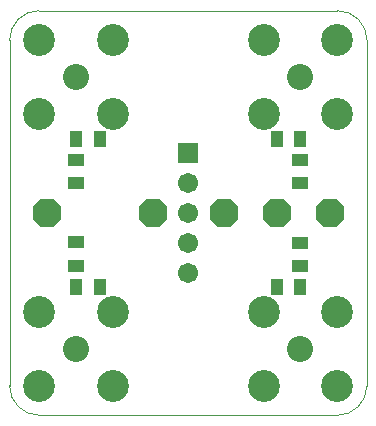
<source format=gbs>
G04*
G04 #@! TF.GenerationSoftware,Altium Limited,Altium Designer,19.1.6 (110)*
G04*
G04 Layer_Color=16711935*
%FSLAX25Y25*%
%MOIN*%
G70*
G01*
G75*
%ADD12C,0.00394*%
%ADD16P,0.10454X8X202.5*%
%ADD17C,0.10642*%
%ADD18C,0.08674*%
%ADD19R,0.06706X0.06706*%
%ADD20C,0.06706*%
%ADD34R,0.05721X0.04343*%
%ADD35R,0.04343X0.05721*%
D12*
X-49724Y67441D02*
G03*
X-59567Y57598I0J-9843D01*
G01*
Y-57598D02*
G03*
X-49724Y-67441I9843J0D01*
G01*
X49724D02*
G03*
X59567Y-57598I0J9843D01*
G01*
Y57598D02*
G03*
X49724Y67441I-9843J0D01*
G01*
X-49724D02*
X49724D01*
X59567Y-57598D02*
Y57598D01*
X-49724Y-67441D02*
X49724D01*
X-59567Y-57598D02*
Y57598D01*
D16*
X47244Y0D02*
D03*
X29528D02*
D03*
X11811D02*
D03*
X-11811D02*
D03*
X-47244D02*
D03*
D17*
X-49724Y-32953D02*
D03*
X-25079D02*
D03*
X-49724Y-57598D02*
D03*
X-25079D02*
D03*
X25079Y-32953D02*
D03*
X49724D02*
D03*
X25079Y-57598D02*
D03*
X49724D02*
D03*
X25079Y57598D02*
D03*
X49724D02*
D03*
X25079Y32953D02*
D03*
X49724D02*
D03*
X-49724Y57598D02*
D03*
X-25079D02*
D03*
X-49724Y32953D02*
D03*
X-25079D02*
D03*
D18*
X-37402Y-45276D02*
D03*
X37402D02*
D03*
Y45276D02*
D03*
X-37402D02*
D03*
D19*
X0Y20000D02*
D03*
D20*
Y10000D02*
D03*
Y0D02*
D03*
Y-10000D02*
D03*
Y-20000D02*
D03*
D34*
X-37402Y17739D02*
D03*
Y9865D02*
D03*
X-37402Y-17716D02*
D03*
Y-9842D02*
D03*
X37401Y-17761D02*
D03*
Y-9887D02*
D03*
X37402Y17716D02*
D03*
Y9842D02*
D03*
D35*
X-37402Y24607D02*
D03*
X-29528D02*
D03*
X-37402Y-24606D02*
D03*
X-29528D02*
D03*
X37402D02*
D03*
X29528D02*
D03*
X37402Y24606D02*
D03*
X29528D02*
D03*
M02*

</source>
